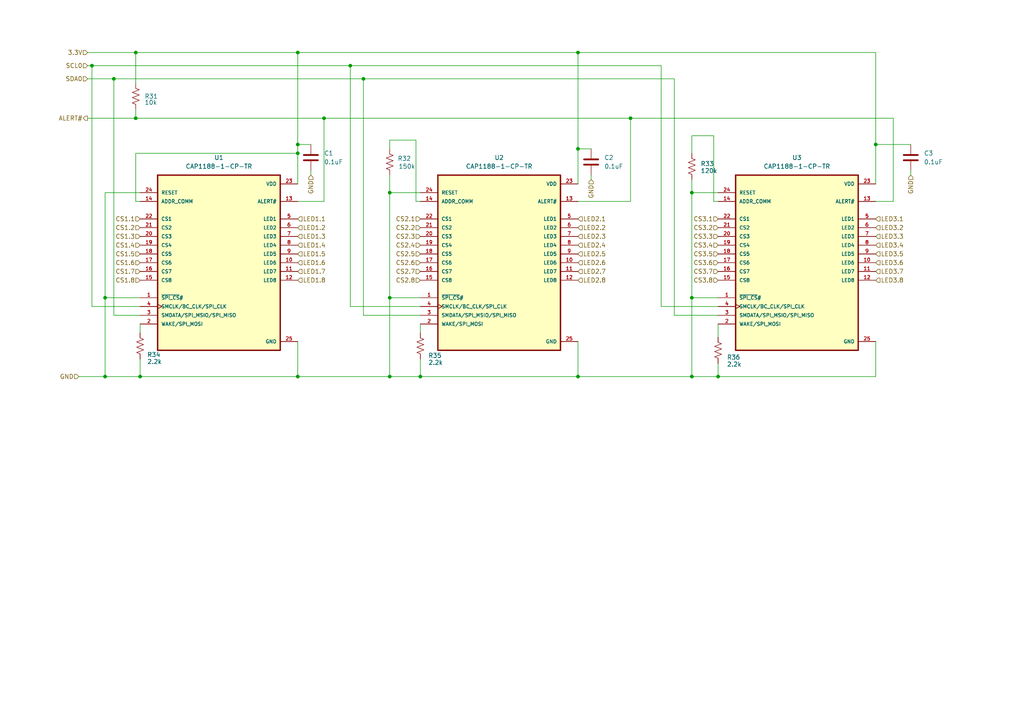
<source format=kicad_sch>
(kicad_sch
	(version 20250114)
	(generator "eeschema")
	(generator_version "9.0")
	(uuid "c2e1bac7-4e06-4472-a1ae-b6ec0c989ebc")
	(paper "A4")
	(lib_symbols
		(symbol "CAP1188-1-CP-TR:CAP1188-1-CP-TR"
			(pin_names
				(offset 1.016)
			)
			(exclude_from_sim no)
			(in_bom yes)
			(on_board yes)
			(property "Reference" "U"
				(at -17.8046 26.422 0)
				(effects
					(font
						(size 1.27 1.27)
					)
					(justify left bottom)
				)
			)
			(property "Value" "CAP1188-1-CP-TR"
				(at -17.866 -29.4938 0)
				(effects
					(font
						(size 1.27 1.27)
					)
					(justify left bottom)
				)
			)
			(property "Footprint" "CAP1188-1-CP-TR:QFN50P400X400X90-25N"
				(at 0 0 0)
				(effects
					(font
						(size 1.27 1.27)
					)
					(justify bottom)
					(hide yes)
				)
			)
			(property "Datasheet" ""
				(at 0 0 0)
				(effects
					(font
						(size 1.27 1.27)
					)
					(hide yes)
				)
			)
			(property "Description" ""
				(at 0 0 0)
				(effects
					(font
						(size 1.27 1.27)
					)
					(hide yes)
				)
			)
			(property "PACKAGE" "QFN-24 Microchip"
				(at 0 0 0)
				(effects
					(font
						(size 1.27 1.27)
					)
					(justify bottom)
					(hide yes)
				)
			)
			(property "STANDARD" "IPC-7351B"
				(at 0 0 0)
				(effects
					(font
						(size 1.27 1.27)
					)
					(justify bottom)
					(hide yes)
				)
			)
			(property "PARTREV" "02-09-15"
				(at 0 0 0)
				(effects
					(font
						(size 1.27 1.27)
					)
					(justify bottom)
					(hide yes)
				)
			)
			(property "MP" "CAP1188-1-CP-TR"
				(at 0 0 0)
				(effects
					(font
						(size 1.27 1.27)
					)
					(justify bottom)
					(hide yes)
				)
			)
			(property "PACKAGEID" "6898"
				(at 0 0 0)
				(effects
					(font
						(size 1.27 1.27)
					)
					(justify bottom)
					(hide yes)
				)
			)
			(property "MANUFACTURER" "Microchip"
				(at 0 0 0)
				(effects
					(font
						(size 1.27 1.27)
					)
					(justify bottom)
					(hide yes)
				)
			)
			(symbol "CAP1188-1-CP-TR_0_0"
				(rectangle
					(start -17.78 -25.4)
					(end 17.78 25.4)
					(stroke
						(width 0.41)
						(type default)
					)
					(fill
						(type background)
					)
				)
				(pin input line
					(at -22.86 20.32 0)
					(length 5.08)
					(name "RESET"
						(effects
							(font
								(size 1.016 1.016)
							)
						)
					)
					(number "24"
						(effects
							(font
								(size 1.016 1.016)
							)
						)
					)
				)
				(pin input line
					(at -22.86 17.78 0)
					(length 5.08)
					(name "ADDR_COMM"
						(effects
							(font
								(size 1.016 1.016)
							)
						)
					)
					(number "14"
						(effects
							(font
								(size 1.016 1.016)
							)
						)
					)
				)
				(pin bidirectional line
					(at -22.86 12.7 0)
					(length 5.08)
					(name "CS1"
						(effects
							(font
								(size 1.016 1.016)
							)
						)
					)
					(number "22"
						(effects
							(font
								(size 1.016 1.016)
							)
						)
					)
				)
				(pin bidirectional line
					(at -22.86 10.16 0)
					(length 5.08)
					(name "CS2"
						(effects
							(font
								(size 1.016 1.016)
							)
						)
					)
					(number "21"
						(effects
							(font
								(size 1.016 1.016)
							)
						)
					)
				)
				(pin bidirectional line
					(at -22.86 7.62 0)
					(length 5.08)
					(name "CS3"
						(effects
							(font
								(size 1.016 1.016)
							)
						)
					)
					(number "20"
						(effects
							(font
								(size 1.016 1.016)
							)
						)
					)
				)
				(pin bidirectional line
					(at -22.86 5.08 0)
					(length 5.08)
					(name "CS4"
						(effects
							(font
								(size 1.016 1.016)
							)
						)
					)
					(number "19"
						(effects
							(font
								(size 1.016 1.016)
							)
						)
					)
				)
				(pin bidirectional line
					(at -22.86 2.54 0)
					(length 5.08)
					(name "CS5"
						(effects
							(font
								(size 1.016 1.016)
							)
						)
					)
					(number "18"
						(effects
							(font
								(size 1.016 1.016)
							)
						)
					)
				)
				(pin bidirectional line
					(at -22.86 0 0)
					(length 5.08)
					(name "CS6"
						(effects
							(font
								(size 1.016 1.016)
							)
						)
					)
					(number "17"
						(effects
							(font
								(size 1.016 1.016)
							)
						)
					)
				)
				(pin bidirectional line
					(at -22.86 -2.54 0)
					(length 5.08)
					(name "CS7"
						(effects
							(font
								(size 1.016 1.016)
							)
						)
					)
					(number "16"
						(effects
							(font
								(size 1.016 1.016)
							)
						)
					)
				)
				(pin bidirectional line
					(at -22.86 -5.08 0)
					(length 5.08)
					(name "CS8"
						(effects
							(font
								(size 1.016 1.016)
							)
						)
					)
					(number "15"
						(effects
							(font
								(size 1.016 1.016)
							)
						)
					)
				)
				(pin input line
					(at -22.86 -10.16 0)
					(length 5.08)
					(name "~{SPI_CS}#"
						(effects
							(font
								(size 1.016 1.016)
							)
						)
					)
					(number "1"
						(effects
							(font
								(size 1.016 1.016)
							)
						)
					)
				)
				(pin input clock
					(at -22.86 -12.7 0)
					(length 5.08)
					(name "SMCLK/BC_CLK/SPI_CLK"
						(effects
							(font
								(size 1.016 1.016)
							)
						)
					)
					(number "4"
						(effects
							(font
								(size 1.016 1.016)
							)
						)
					)
				)
				(pin bidirectional line
					(at -22.86 -15.24 0)
					(length 5.08)
					(name "SMDATA/SPI_MSIO/SPI_MISO"
						(effects
							(font
								(size 1.016 1.016)
							)
						)
					)
					(number "3"
						(effects
							(font
								(size 1.016 1.016)
							)
						)
					)
				)
				(pin bidirectional line
					(at -22.86 -17.78 0)
					(length 5.08)
					(name "WAKE/SPI_MOSI"
						(effects
							(font
								(size 1.016 1.016)
							)
						)
					)
					(number "2"
						(effects
							(font
								(size 1.016 1.016)
							)
						)
					)
				)
				(pin power_in line
					(at 22.86 22.86 180)
					(length 5.08)
					(name "VDD"
						(effects
							(font
								(size 1.016 1.016)
							)
						)
					)
					(number "23"
						(effects
							(font
								(size 1.016 1.016)
							)
						)
					)
				)
				(pin output line
					(at 22.86 17.78 180)
					(length 5.08)
					(name "ALERT#"
						(effects
							(font
								(size 1.016 1.016)
							)
						)
					)
					(number "13"
						(effects
							(font
								(size 1.016 1.016)
							)
						)
					)
				)
				(pin output line
					(at 22.86 12.7 180)
					(length 5.08)
					(name "LED1"
						(effects
							(font
								(size 1.016 1.016)
							)
						)
					)
					(number "5"
						(effects
							(font
								(size 1.016 1.016)
							)
						)
					)
				)
				(pin output line
					(at 22.86 10.16 180)
					(length 5.08)
					(name "LED2"
						(effects
							(font
								(size 1.016 1.016)
							)
						)
					)
					(number "6"
						(effects
							(font
								(size 1.016 1.016)
							)
						)
					)
				)
				(pin output line
					(at 22.86 7.62 180)
					(length 5.08)
					(name "LED3"
						(effects
							(font
								(size 1.016 1.016)
							)
						)
					)
					(number "7"
						(effects
							(font
								(size 1.016 1.016)
							)
						)
					)
				)
				(pin output line
					(at 22.86 5.08 180)
					(length 5.08)
					(name "LED4"
						(effects
							(font
								(size 1.016 1.016)
							)
						)
					)
					(number "8"
						(effects
							(font
								(size 1.016 1.016)
							)
						)
					)
				)
				(pin output line
					(at 22.86 2.54 180)
					(length 5.08)
					(name "LED5"
						(effects
							(font
								(size 1.016 1.016)
							)
						)
					)
					(number "9"
						(effects
							(font
								(size 1.016 1.016)
							)
						)
					)
				)
				(pin output line
					(at 22.86 0 180)
					(length 5.08)
					(name "LED6"
						(effects
							(font
								(size 1.016 1.016)
							)
						)
					)
					(number "10"
						(effects
							(font
								(size 1.016 1.016)
							)
						)
					)
				)
				(pin output line
					(at 22.86 -2.54 180)
					(length 5.08)
					(name "LED7"
						(effects
							(font
								(size 1.016 1.016)
							)
						)
					)
					(number "11"
						(effects
							(font
								(size 1.016 1.016)
							)
						)
					)
				)
				(pin output line
					(at 22.86 -5.08 180)
					(length 5.08)
					(name "LED8"
						(effects
							(font
								(size 1.016 1.016)
							)
						)
					)
					(number "12"
						(effects
							(font
								(size 1.016 1.016)
							)
						)
					)
				)
				(pin power_in line
					(at 22.86 -22.86 180)
					(length 5.08)
					(name "GND"
						(effects
							(font
								(size 1.016 1.016)
							)
						)
					)
					(number "25"
						(effects
							(font
								(size 1.016 1.016)
							)
						)
					)
				)
			)
			(embedded_fonts no)
		)
		(symbol "Device:C"
			(pin_numbers
				(hide yes)
			)
			(pin_names
				(offset 0.254)
			)
			(exclude_from_sim no)
			(in_bom yes)
			(on_board yes)
			(property "Reference" "C"
				(at 0.635 2.54 0)
				(effects
					(font
						(size 1.27 1.27)
					)
					(justify left)
				)
			)
			(property "Value" "C"
				(at 0.635 -2.54 0)
				(effects
					(font
						(size 1.27 1.27)
					)
					(justify left)
				)
			)
			(property "Footprint" ""
				(at 0.9652 -3.81 0)
				(effects
					(font
						(size 1.27 1.27)
					)
					(hide yes)
				)
			)
			(property "Datasheet" "~"
				(at 0 0 0)
				(effects
					(font
						(size 1.27 1.27)
					)
					(hide yes)
				)
			)
			(property "Description" "Unpolarized capacitor"
				(at 0 0 0)
				(effects
					(font
						(size 1.27 1.27)
					)
					(hide yes)
				)
			)
			(property "ki_keywords" "cap capacitor"
				(at 0 0 0)
				(effects
					(font
						(size 1.27 1.27)
					)
					(hide yes)
				)
			)
			(property "ki_fp_filters" "C_*"
				(at 0 0 0)
				(effects
					(font
						(size 1.27 1.27)
					)
					(hide yes)
				)
			)
			(symbol "C_0_1"
				(polyline
					(pts
						(xy -2.032 0.762) (xy 2.032 0.762)
					)
					(stroke
						(width 0.508)
						(type default)
					)
					(fill
						(type none)
					)
				)
				(polyline
					(pts
						(xy -2.032 -0.762) (xy 2.032 -0.762)
					)
					(stroke
						(width 0.508)
						(type default)
					)
					(fill
						(type none)
					)
				)
			)
			(symbol "C_1_1"
				(pin passive line
					(at 0 3.81 270)
					(length 2.794)
					(name "~"
						(effects
							(font
								(size 1.27 1.27)
							)
						)
					)
					(number "1"
						(effects
							(font
								(size 1.27 1.27)
							)
						)
					)
				)
				(pin passive line
					(at 0 -3.81 90)
					(length 2.794)
					(name "~"
						(effects
							(font
								(size 1.27 1.27)
							)
						)
					)
					(number "2"
						(effects
							(font
								(size 1.27 1.27)
							)
						)
					)
				)
			)
			(embedded_fonts no)
		)
		(symbol "Device:R_US"
			(pin_numbers
				(hide yes)
			)
			(pin_names
				(offset 0)
			)
			(exclude_from_sim no)
			(in_bom yes)
			(on_board yes)
			(property "Reference" "R"
				(at 2.54 0 90)
				(effects
					(font
						(size 1.27 1.27)
					)
				)
			)
			(property "Value" "R_US"
				(at -2.54 0 90)
				(effects
					(font
						(size 1.27 1.27)
					)
				)
			)
			(property "Footprint" ""
				(at 1.016 -0.254 90)
				(effects
					(font
						(size 1.27 1.27)
					)
					(hide yes)
				)
			)
			(property "Datasheet" "~"
				(at 0 0 0)
				(effects
					(font
						(size 1.27 1.27)
					)
					(hide yes)
				)
			)
			(property "Description" "Resistor, US symbol"
				(at 0 0 0)
				(effects
					(font
						(size 1.27 1.27)
					)
					(hide yes)
				)
			)
			(property "ki_keywords" "R res resistor"
				(at 0 0 0)
				(effects
					(font
						(size 1.27 1.27)
					)
					(hide yes)
				)
			)
			(property "ki_fp_filters" "R_*"
				(at 0 0 0)
				(effects
					(font
						(size 1.27 1.27)
					)
					(hide yes)
				)
			)
			(symbol "R_US_0_1"
				(polyline
					(pts
						(xy 0 2.286) (xy 0 2.54)
					)
					(stroke
						(width 0)
						(type default)
					)
					(fill
						(type none)
					)
				)
				(polyline
					(pts
						(xy 0 2.286) (xy 1.016 1.905) (xy 0 1.524) (xy -1.016 1.143) (xy 0 0.762)
					)
					(stroke
						(width 0)
						(type default)
					)
					(fill
						(type none)
					)
				)
				(polyline
					(pts
						(xy 0 0.762) (xy 1.016 0.381) (xy 0 0) (xy -1.016 -0.381) (xy 0 -0.762)
					)
					(stroke
						(width 0)
						(type default)
					)
					(fill
						(type none)
					)
				)
				(polyline
					(pts
						(xy 0 -0.762) (xy 1.016 -1.143) (xy 0 -1.524) (xy -1.016 -1.905) (xy 0 -2.286)
					)
					(stroke
						(width 0)
						(type default)
					)
					(fill
						(type none)
					)
				)
				(polyline
					(pts
						(xy 0 -2.286) (xy 0 -2.54)
					)
					(stroke
						(width 0)
						(type default)
					)
					(fill
						(type none)
					)
				)
			)
			(symbol "R_US_1_1"
				(pin passive line
					(at 0 3.81 270)
					(length 1.27)
					(name "~"
						(effects
							(font
								(size 1.27 1.27)
							)
						)
					)
					(number "1"
						(effects
							(font
								(size 1.27 1.27)
							)
						)
					)
				)
				(pin passive line
					(at 0 -3.81 90)
					(length 1.27)
					(name "~"
						(effects
							(font
								(size 1.27 1.27)
							)
						)
					)
					(number "2"
						(effects
							(font
								(size 1.27 1.27)
							)
						)
					)
				)
			)
			(embedded_fonts no)
		)
	)
	(junction
		(at 101.6 19.05)
		(diameter 0)
		(color 0 0 0 0)
		(uuid "042c55df-5d7a-473a-90ce-1963171e2c85")
	)
	(junction
		(at 167.64 15.24)
		(diameter 0)
		(color 0 0 0 0)
		(uuid "1b7e586d-ae5b-40ee-89cf-74aae91ad1d1")
	)
	(junction
		(at 113.03 86.36)
		(diameter 0)
		(color 0 0 0 0)
		(uuid "3bcbb331-6be0-4fdd-b8fb-593f666720d6")
	)
	(junction
		(at 86.36 15.24)
		(diameter 0)
		(color 0 0 0 0)
		(uuid "3f377234-0e69-44e0-8c79-cfe331e92b5c")
	)
	(junction
		(at 86.36 109.22)
		(diameter 0)
		(color 0 0 0 0)
		(uuid "411959bd-d298-4a02-b17d-1efecab0a69e")
	)
	(junction
		(at 167.64 109.22)
		(diameter 0)
		(color 0 0 0 0)
		(uuid "4234dcf1-d9a6-4345-980d-2df754cff4a1")
	)
	(junction
		(at 200.66 55.88)
		(diameter 0)
		(color 0 0 0 0)
		(uuid "47d82775-c1ef-432b-be6a-8d0087150a79")
	)
	(junction
		(at 86.36 41.91)
		(diameter 0)
		(color 0 0 0 0)
		(uuid "4fa44b08-092b-4cfe-9127-17ceddbc2d11")
	)
	(junction
		(at 26.67 19.05)
		(diameter 0)
		(color 0 0 0 0)
		(uuid "642b6e0a-ad80-4291-b0a4-f994164aeda4")
	)
	(junction
		(at 93.98 34.29)
		(diameter 0)
		(color 0 0 0 0)
		(uuid "6986f867-cdea-453b-ad3d-4fe1906167b0")
	)
	(junction
		(at 113.03 55.88)
		(diameter 0)
		(color 0 0 0 0)
		(uuid "7499c681-e12e-45ce-8617-8689b7bc7e56")
	)
	(junction
		(at 254 41.91)
		(diameter 0)
		(color 0 0 0 0)
		(uuid "8cb4ec1b-f495-4e82-9f66-f32a3abf0c5e")
	)
	(junction
		(at 40.64 109.22)
		(diameter 0)
		(color 0 0 0 0)
		(uuid "9055ca89-35f2-4613-93fc-7aa9ffe3b53e")
	)
	(junction
		(at 200.66 109.22)
		(diameter 0)
		(color 0 0 0 0)
		(uuid "982f1ec2-0a4c-44c3-b12e-5d890015ac29")
	)
	(junction
		(at 30.48 86.36)
		(diameter 0)
		(color 0 0 0 0)
		(uuid "ade965f5-5acc-4804-a00a-6594dba95f65")
	)
	(junction
		(at 208.28 109.22)
		(diameter 0)
		(color 0 0 0 0)
		(uuid "b677de10-a09c-4542-b585-5d0d9999c247")
	)
	(junction
		(at 86.36 44.45)
		(diameter 0)
		(color 0 0 0 0)
		(uuid "bf57d8e3-07fd-450f-8943-06b2f2860d42")
	)
	(junction
		(at 167.64 43.18)
		(diameter 0)
		(color 0 0 0 0)
		(uuid "d04ec113-8a0d-4e92-ba25-b0a489bfbb5c")
	)
	(junction
		(at 113.03 109.22)
		(diameter 0)
		(color 0 0 0 0)
		(uuid "d238d469-026d-4219-bd0f-ec8068330757")
	)
	(junction
		(at 39.37 34.29)
		(diameter 0)
		(color 0 0 0 0)
		(uuid "d5a5abf1-4902-4a40-a130-c903c55606e8")
	)
	(junction
		(at 30.48 109.22)
		(diameter 0)
		(color 0 0 0 0)
		(uuid "ddb58635-e4bb-4259-911f-8b0b718b1e46")
	)
	(junction
		(at 182.88 34.29)
		(diameter 0)
		(color 0 0 0 0)
		(uuid "df277878-d722-4f78-8e3d-d8467957a1f2")
	)
	(junction
		(at 200.66 86.36)
		(diameter 0)
		(color 0 0 0 0)
		(uuid "e1c48b56-b9fa-4d08-a392-a7f2e8c87ca1")
	)
	(junction
		(at 105.41 22.86)
		(diameter 0)
		(color 0 0 0 0)
		(uuid "e469d638-3fba-4bd1-8ab2-4328211857b0")
	)
	(junction
		(at 33.02 22.86)
		(diameter 0)
		(color 0 0 0 0)
		(uuid "ec6a87e5-8b3a-4b5c-ade8-e55d3709b253")
	)
	(junction
		(at 121.92 109.22)
		(diameter 0)
		(color 0 0 0 0)
		(uuid "fcc7d69c-024f-47d6-9e3f-59dd61b752a7")
	)
	(junction
		(at 39.37 15.24)
		(diameter 0)
		(color 0 0 0 0)
		(uuid "fdcbb29a-a03d-4af0-9f59-6e2b3fe463e5")
	)
	(wire
		(pts
			(xy 86.36 15.24) (xy 167.64 15.24)
		)
		(stroke
			(width 0)
			(type default)
		)
		(uuid "011f9ded-50de-40c4-b468-dce99bf5300a")
	)
	(wire
		(pts
			(xy 200.66 52.07) (xy 200.66 55.88)
		)
		(stroke
			(width 0)
			(type default)
		)
		(uuid "0180744c-85e5-47ca-bb5a-6c637d04d4bf")
	)
	(wire
		(pts
			(xy 200.66 55.88) (xy 208.28 55.88)
		)
		(stroke
			(width 0)
			(type default)
		)
		(uuid "064009ad-280b-4a4a-bdd5-c2f156759ccd")
	)
	(wire
		(pts
			(xy 86.36 58.42) (xy 93.98 58.42)
		)
		(stroke
			(width 0)
			(type default)
		)
		(uuid "08a791c9-0f95-4407-a397-5fade0c35b28")
	)
	(wire
		(pts
			(xy 101.6 88.9) (xy 121.92 88.9)
		)
		(stroke
			(width 0)
			(type default)
		)
		(uuid "0a7bfca8-9157-4af3-aa23-045a0cba74d6")
	)
	(wire
		(pts
			(xy 86.36 41.91) (xy 86.36 44.45)
		)
		(stroke
			(width 0)
			(type default)
		)
		(uuid "0ad10286-5803-4dd7-aff5-c9cc94582b10")
	)
	(wire
		(pts
			(xy 167.64 43.18) (xy 171.45 43.18)
		)
		(stroke
			(width 0)
			(type default)
		)
		(uuid "0b6d108e-2219-47d0-abee-1b0d16056c57")
	)
	(wire
		(pts
			(xy 33.02 91.44) (xy 40.64 91.44)
		)
		(stroke
			(width 0)
			(type default)
		)
		(uuid "18f2f7ca-54a9-4c99-b884-286ada348ec8")
	)
	(wire
		(pts
			(xy 40.64 55.88) (xy 30.48 55.88)
		)
		(stroke
			(width 0)
			(type default)
		)
		(uuid "1c0a5ef6-10a0-4aed-bcb7-b457c8ca1471")
	)
	(wire
		(pts
			(xy 171.45 50.8) (xy 171.45 52.07)
		)
		(stroke
			(width 0)
			(type default)
		)
		(uuid "1c8cc18b-1847-43bd-a92e-18d317914f64")
	)
	(wire
		(pts
			(xy 208.28 105.41) (xy 208.28 109.22)
		)
		(stroke
			(width 0)
			(type default)
		)
		(uuid "24237df5-76fc-4167-b589-dc971e0ade50")
	)
	(wire
		(pts
			(xy 25.4 22.86) (xy 33.02 22.86)
		)
		(stroke
			(width 0)
			(type default)
		)
		(uuid "25f2681e-0894-4d42-a33e-05896489a107")
	)
	(wire
		(pts
			(xy 25.4 34.29) (xy 39.37 34.29)
		)
		(stroke
			(width 0)
			(type default)
		)
		(uuid "2cbecd80-5690-436b-b755-bbaa170707cb")
	)
	(wire
		(pts
			(xy 30.48 55.88) (xy 30.48 86.36)
		)
		(stroke
			(width 0)
			(type default)
		)
		(uuid "325ecd81-fbdd-4817-b6d5-990a89eb5786")
	)
	(wire
		(pts
			(xy 208.28 93.98) (xy 208.28 97.79)
		)
		(stroke
			(width 0)
			(type default)
		)
		(uuid "33723b67-1f46-4375-bdfa-cb3e68081abd")
	)
	(wire
		(pts
			(xy 93.98 34.29) (xy 182.88 34.29)
		)
		(stroke
			(width 0)
			(type default)
		)
		(uuid "34bb3f76-27a6-4864-a826-d4cb6036b205")
	)
	(wire
		(pts
			(xy 167.64 53.34) (xy 167.64 43.18)
		)
		(stroke
			(width 0)
			(type default)
		)
		(uuid "3504bde6-9964-4e38-aa04-8d6243ffe028")
	)
	(wire
		(pts
			(xy 86.36 44.45) (xy 86.36 53.34)
		)
		(stroke
			(width 0)
			(type default)
		)
		(uuid "3588b55c-828b-4367-b767-3286e3312507")
	)
	(wire
		(pts
			(xy 167.64 99.06) (xy 167.64 109.22)
		)
		(stroke
			(width 0)
			(type default)
		)
		(uuid "3c34bfa1-4073-4075-9d30-5e9ebc8447f9")
	)
	(wire
		(pts
			(xy 113.03 40.64) (xy 113.03 43.18)
		)
		(stroke
			(width 0)
			(type default)
		)
		(uuid "464c81fb-50fe-40f7-8e17-5619ec79677b")
	)
	(wire
		(pts
			(xy 105.41 22.86) (xy 105.41 91.44)
		)
		(stroke
			(width 0)
			(type default)
		)
		(uuid "48781517-b744-461d-a805-f927cc79d089")
	)
	(wire
		(pts
			(xy 254 53.34) (xy 254 41.91)
		)
		(stroke
			(width 0)
			(type default)
		)
		(uuid "498ce930-6bd6-405b-8f6f-4b8335f0d51d")
	)
	(wire
		(pts
			(xy 39.37 58.42) (xy 40.64 58.42)
		)
		(stroke
			(width 0)
			(type default)
		)
		(uuid "4a12e95d-d66c-4854-aa36-f9338f6f78dc")
	)
	(wire
		(pts
			(xy 207.01 58.42) (xy 208.28 58.42)
		)
		(stroke
			(width 0)
			(type default)
		)
		(uuid "4d96232e-4abc-448a-a47d-95243132060d")
	)
	(wire
		(pts
			(xy 30.48 86.36) (xy 40.64 86.36)
		)
		(stroke
			(width 0)
			(type default)
		)
		(uuid "4f4b1887-45ef-41cc-bca8-d78905cd1f9a")
	)
	(wire
		(pts
			(xy 25.4 19.05) (xy 26.67 19.05)
		)
		(stroke
			(width 0)
			(type default)
		)
		(uuid "4f7daacf-ced8-4b78-a297-d8e2a5930dad")
	)
	(wire
		(pts
			(xy 22.86 109.22) (xy 30.48 109.22)
		)
		(stroke
			(width 0)
			(type default)
		)
		(uuid "554ac116-d979-42f5-a30b-77f93fdeba15")
	)
	(wire
		(pts
			(xy 33.02 22.86) (xy 33.02 91.44)
		)
		(stroke
			(width 0)
			(type default)
		)
		(uuid "5754ecb4-cdd6-4104-91e9-98aa7e536689")
	)
	(wire
		(pts
			(xy 254 41.91) (xy 254 15.24)
		)
		(stroke
			(width 0)
			(type default)
		)
		(uuid "596e2b3c-0721-4c8a-9cd5-00a4a4e5541e")
	)
	(wire
		(pts
			(xy 86.36 109.22) (xy 113.03 109.22)
		)
		(stroke
			(width 0)
			(type default)
		)
		(uuid "59e98d2b-c916-4f15-883e-6c7c2339f561")
	)
	(wire
		(pts
			(xy 191.77 88.9) (xy 208.28 88.9)
		)
		(stroke
			(width 0)
			(type default)
		)
		(uuid "5cab0d69-8013-47e6-aa70-f479d92ccf13")
	)
	(wire
		(pts
			(xy 259.08 34.29) (xy 259.08 58.42)
		)
		(stroke
			(width 0)
			(type default)
		)
		(uuid "5eb561b1-b328-4eea-b0c6-e738b3c0e16b")
	)
	(wire
		(pts
			(xy 208.28 109.22) (xy 254 109.22)
		)
		(stroke
			(width 0)
			(type default)
		)
		(uuid "61df7888-ed2f-4780-b135-3bce3aa6c820")
	)
	(wire
		(pts
			(xy 40.64 93.98) (xy 40.64 96.52)
		)
		(stroke
			(width 0)
			(type default)
		)
		(uuid "64ccd948-b85b-4881-8dd7-d0960152a711")
	)
	(wire
		(pts
			(xy 26.67 88.9) (xy 40.64 88.9)
		)
		(stroke
			(width 0)
			(type default)
		)
		(uuid "6724ffc7-296c-4ca4-994f-f723d541b09d")
	)
	(wire
		(pts
			(xy 39.37 15.24) (xy 86.36 15.24)
		)
		(stroke
			(width 0)
			(type default)
		)
		(uuid "69a41585-c851-4e13-8a37-825eac56ad73")
	)
	(wire
		(pts
			(xy 30.48 109.22) (xy 40.64 109.22)
		)
		(stroke
			(width 0)
			(type default)
		)
		(uuid "6c6f1006-a93f-47b7-9b25-f5325117e2c2")
	)
	(wire
		(pts
			(xy 39.37 34.29) (xy 93.98 34.29)
		)
		(stroke
			(width 0)
			(type default)
		)
		(uuid "6edea051-584f-4af4-b4a6-2a95a33758a6")
	)
	(wire
		(pts
			(xy 113.03 86.36) (xy 113.03 109.22)
		)
		(stroke
			(width 0)
			(type default)
		)
		(uuid "738bc61d-d242-424b-9c85-c28115f10837")
	)
	(wire
		(pts
			(xy 39.37 44.45) (xy 39.37 58.42)
		)
		(stroke
			(width 0)
			(type default)
		)
		(uuid "75e2eb74-aade-420d-99e2-b72efb40e7ba")
	)
	(wire
		(pts
			(xy 200.66 55.88) (xy 200.66 86.36)
		)
		(stroke
			(width 0)
			(type default)
		)
		(uuid "7691bdf5-e048-4ccb-b0f4-c057b436ea99")
	)
	(wire
		(pts
			(xy 26.67 19.05) (xy 26.67 88.9)
		)
		(stroke
			(width 0)
			(type default)
		)
		(uuid "774f3a09-c6cd-4692-89ed-6ee2ebf57bbc")
	)
	(wire
		(pts
			(xy 182.88 58.42) (xy 182.88 34.29)
		)
		(stroke
			(width 0)
			(type default)
		)
		(uuid "78b4810b-b63d-4dc3-8451-96d2468b5fa5")
	)
	(wire
		(pts
			(xy 30.48 86.36) (xy 30.48 109.22)
		)
		(stroke
			(width 0)
			(type default)
		)
		(uuid "79d301a7-2db6-4807-b830-a0b8560180ce")
	)
	(wire
		(pts
			(xy 120.65 58.42) (xy 121.92 58.42)
		)
		(stroke
			(width 0)
			(type default)
		)
		(uuid "846c2a7d-26f5-463e-8f20-e331472177bc")
	)
	(wire
		(pts
			(xy 121.92 93.98) (xy 121.92 96.52)
		)
		(stroke
			(width 0)
			(type default)
		)
		(uuid "86f066c1-8703-4d18-8613-11e6fc23e8c2")
	)
	(wire
		(pts
			(xy 200.66 39.37) (xy 200.66 44.45)
		)
		(stroke
			(width 0)
			(type default)
		)
		(uuid "87ec8b14-10c0-48de-bbb7-c0a859f59570")
	)
	(wire
		(pts
			(xy 121.92 109.22) (xy 167.64 109.22)
		)
		(stroke
			(width 0)
			(type default)
		)
		(uuid "8c9a624f-d6b0-468b-afc5-91826555de25")
	)
	(wire
		(pts
			(xy 39.37 31.75) (xy 39.37 34.29)
		)
		(stroke
			(width 0)
			(type default)
		)
		(uuid "933982b2-bb0e-474e-b45e-8a5c2fae97a5")
	)
	(wire
		(pts
			(xy 39.37 44.45) (xy 86.36 44.45)
		)
		(stroke
			(width 0)
			(type default)
		)
		(uuid "95b08104-82dc-45aa-8e90-67fc6045338d")
	)
	(wire
		(pts
			(xy 40.64 109.22) (xy 86.36 109.22)
		)
		(stroke
			(width 0)
			(type default)
		)
		(uuid "98b72968-4808-40c2-88ec-cb85d3aab055")
	)
	(wire
		(pts
			(xy 264.16 49.53) (xy 264.16 50.8)
		)
		(stroke
			(width 0)
			(type default)
		)
		(uuid "9bc4fb1e-5da5-4a8f-a43f-94a3c04a8bcf")
	)
	(wire
		(pts
			(xy 93.98 58.42) (xy 93.98 34.29)
		)
		(stroke
			(width 0)
			(type default)
		)
		(uuid "9cd7f2dd-51de-4db8-8d8f-00dd1364f552")
	)
	(wire
		(pts
			(xy 254 58.42) (xy 259.08 58.42)
		)
		(stroke
			(width 0)
			(type default)
		)
		(uuid "a517dff4-bc11-44e8-9b14-442527ee0d2d")
	)
	(wire
		(pts
			(xy 182.88 34.29) (xy 259.08 34.29)
		)
		(stroke
			(width 0)
			(type default)
		)
		(uuid "a9482a1c-12d2-4750-9ec3-708ada880b82")
	)
	(wire
		(pts
			(xy 113.03 55.88) (xy 113.03 86.36)
		)
		(stroke
			(width 0)
			(type default)
		)
		(uuid "aa13c7d7-5e13-4d26-8325-fb3564107b9f")
	)
	(wire
		(pts
			(xy 86.36 99.06) (xy 86.36 109.22)
		)
		(stroke
			(width 0)
			(type default)
		)
		(uuid "abd990f4-5b54-4d92-8cf7-697d0bd2ef3c")
	)
	(wire
		(pts
			(xy 207.01 39.37) (xy 200.66 39.37)
		)
		(stroke
			(width 0)
			(type default)
		)
		(uuid "b00e4885-7ebf-44a9-8abf-f1fe6e88b464")
	)
	(wire
		(pts
			(xy 121.92 104.14) (xy 121.92 109.22)
		)
		(stroke
			(width 0)
			(type default)
		)
		(uuid "ba42fe49-3d59-4726-aa9a-8a357a8d0415")
	)
	(wire
		(pts
			(xy 113.03 50.8) (xy 113.03 55.88)
		)
		(stroke
			(width 0)
			(type default)
		)
		(uuid "bb0ff6b6-21fc-4013-bcd4-27928595c8d0")
	)
	(wire
		(pts
			(xy 86.36 15.24) (xy 86.36 41.91)
		)
		(stroke
			(width 0)
			(type default)
		)
		(uuid "bd3e1c6c-61bb-4792-9a4a-55b614f8180a")
	)
	(wire
		(pts
			(xy 86.36 41.91) (xy 90.17 41.91)
		)
		(stroke
			(width 0)
			(type default)
		)
		(uuid "bf2d9d5a-f28b-466e-942b-de2915b6bf25")
	)
	(wire
		(pts
			(xy 33.02 22.86) (xy 105.41 22.86)
		)
		(stroke
			(width 0)
			(type default)
		)
		(uuid "c09a3fe0-7597-4dac-8263-47a953040a22")
	)
	(wire
		(pts
			(xy 120.65 40.64) (xy 120.65 58.42)
		)
		(stroke
			(width 0)
			(type default)
		)
		(uuid "c23a4648-5698-4ba2-a855-69c0d6b66464")
	)
	(wire
		(pts
			(xy 26.67 19.05) (xy 101.6 19.05)
		)
		(stroke
			(width 0)
			(type default)
		)
		(uuid "cd568914-25e1-475d-ada4-c6beaaa77f0d")
	)
	(wire
		(pts
			(xy 254 99.06) (xy 254 109.22)
		)
		(stroke
			(width 0)
			(type default)
		)
		(uuid "cee61495-c802-4154-8b02-01e313d538dd")
	)
	(wire
		(pts
			(xy 200.66 109.22) (xy 167.64 109.22)
		)
		(stroke
			(width 0)
			(type default)
		)
		(uuid "d2fde921-67e3-4b5e-945d-d71b3849d6a8")
	)
	(wire
		(pts
			(xy 254 41.91) (xy 264.16 41.91)
		)
		(stroke
			(width 0)
			(type default)
		)
		(uuid "d5a795b6-49cd-493f-9146-ae5ac540dba6")
	)
	(wire
		(pts
			(xy 254 15.24) (xy 167.64 15.24)
		)
		(stroke
			(width 0)
			(type default)
		)
		(uuid "d5d119fe-a8cc-486f-9af3-9d7437706fb2")
	)
	(wire
		(pts
			(xy 207.01 39.37) (xy 207.01 58.42)
		)
		(stroke
			(width 0)
			(type default)
		)
		(uuid "d5e5702b-0af8-4b2e-9782-462627cb20cd")
	)
	(wire
		(pts
			(xy 200.66 86.36) (xy 208.28 86.36)
		)
		(stroke
			(width 0)
			(type default)
		)
		(uuid "d769eb22-dfbd-415e-84c5-c5bcdb5c8f14")
	)
	(wire
		(pts
			(xy 113.03 86.36) (xy 121.92 86.36)
		)
		(stroke
			(width 0)
			(type default)
		)
		(uuid "d7a729c0-b0cf-466d-8749-1c2244d08e1a")
	)
	(wire
		(pts
			(xy 105.41 91.44) (xy 121.92 91.44)
		)
		(stroke
			(width 0)
			(type default)
		)
		(uuid "d9435efa-c35b-4661-802b-aae4e7d01caa")
	)
	(wire
		(pts
			(xy 195.58 91.44) (xy 208.28 91.44)
		)
		(stroke
			(width 0)
			(type default)
		)
		(uuid "d98f4551-2ff9-4f55-8683-169201ea1752")
	)
	(wire
		(pts
			(xy 120.65 40.64) (xy 113.03 40.64)
		)
		(stroke
			(width 0)
			(type default)
		)
		(uuid "df2ee801-db02-4a63-9b63-1ee69b208006")
	)
	(wire
		(pts
			(xy 101.6 19.05) (xy 191.77 19.05)
		)
		(stroke
			(width 0)
			(type default)
		)
		(uuid "df40333c-85df-4b59-ab95-e35a8704f74a")
	)
	(wire
		(pts
			(xy 195.58 22.86) (xy 195.58 91.44)
		)
		(stroke
			(width 0)
			(type default)
		)
		(uuid "e2840434-a026-4573-a3b2-041d9a859dbf")
	)
	(wire
		(pts
			(xy 40.64 104.14) (xy 40.64 109.22)
		)
		(stroke
			(width 0)
			(type default)
		)
		(uuid "e37605f4-56df-4e8b-b248-396562090411")
	)
	(wire
		(pts
			(xy 167.64 58.42) (xy 182.88 58.42)
		)
		(stroke
			(width 0)
			(type default)
		)
		(uuid "e3cda8a7-fe49-4cdd-bc7a-941bc2e43921")
	)
	(wire
		(pts
			(xy 200.66 86.36) (xy 200.66 109.22)
		)
		(stroke
			(width 0)
			(type default)
		)
		(uuid "e5ab3421-f048-43b2-b973-9a5b5d73e40b")
	)
	(wire
		(pts
			(xy 105.41 22.86) (xy 195.58 22.86)
		)
		(stroke
			(width 0)
			(type default)
		)
		(uuid "e7d7a4b4-8462-43ce-8ef9-518ca166854b")
	)
	(wire
		(pts
			(xy 200.66 109.22) (xy 208.28 109.22)
		)
		(stroke
			(width 0)
			(type default)
		)
		(uuid "e8e43083-053a-4d18-bd6e-38753b7f4a71")
	)
	(wire
		(pts
			(xy 90.17 49.53) (xy 90.17 50.8)
		)
		(stroke
			(width 0)
			(type default)
		)
		(uuid "eb6a59b1-2c6f-498c-8d7a-e44bfffe3562")
	)
	(wire
		(pts
			(xy 39.37 15.24) (xy 39.37 24.13)
		)
		(stroke
			(width 0)
			(type default)
		)
		(uuid "ed8df297-2719-4a23-b156-f6cfe429720b")
	)
	(wire
		(pts
			(xy 191.77 19.05) (xy 191.77 88.9)
		)
		(stroke
			(width 0)
			(type default)
		)
		(uuid "f5dabe69-031b-4f4a-8de9-63da29e37c92")
	)
	(wire
		(pts
			(xy 113.03 109.22) (xy 121.92 109.22)
		)
		(stroke
			(width 0)
			(type default)
		)
		(uuid "f7e7a566-c71c-43be-a834-85805943c6e5")
	)
	(wire
		(pts
			(xy 167.64 43.18) (xy 167.64 15.24)
		)
		(stroke
			(width 0)
			(type default)
		)
		(uuid "f8c7c4d3-0f7d-41a8-b932-afa04819874b")
	)
	(wire
		(pts
			(xy 101.6 19.05) (xy 101.6 88.9)
		)
		(stroke
			(width 0)
			(type default)
		)
		(uuid "fcc50bf4-1615-4df1-880e-7ee943754a18")
	)
	(wire
		(pts
			(xy 113.03 55.88) (xy 121.92 55.88)
		)
		(stroke
			(width 0)
			(type default)
		)
		(uuid "ff2fccf1-dd3a-4e00-9b8c-9c42e5c6d320")
	)
	(wire
		(pts
			(xy 25.4 15.24) (xy 39.37 15.24)
		)
		(stroke
			(width 0)
			(type default)
		)
		(uuid "ffd5264f-2342-4efc-96aa-3459102fbf27")
	)
	(hierarchical_label "LED2.3"
		(shape input)
		(at 167.64 68.58 0)
		(effects
			(font
				(size 1.27 1.27)
			)
			(justify left)
		)
		(uuid "049a41d6-0e30-4835-b921-d1a7f53ceed4")
	)
	(hierarchical_label "CS1.5"
		(shape input)
		(at 40.64 73.66 180)
		(effects
			(font
				(size 1.27 1.27)
			)
			(justify right)
		)
		(uuid "09db6a84-8e7e-4786-ad52-265832cec5c5")
	)
	(hierarchical_label "LED1.1"
		(shape input)
		(at 86.36 63.5 0)
		(effects
			(font
				(size 1.27 1.27)
			)
			(justify left)
		)
		(uuid "0c86e0ac-4b9c-4425-9457-24ae32d28796")
	)
	(hierarchical_label "LED2.4"
		(shape input)
		(at 167.64 71.12 0)
		(effects
			(font
				(size 1.27 1.27)
			)
			(justify left)
		)
		(uuid "1bbf49cb-cdf3-464d-8836-b05394765fec")
	)
	(hierarchical_label "CS1.4"
		(shape input)
		(at 40.64 71.12 180)
		(effects
			(font
				(size 1.27 1.27)
			)
			(justify right)
		)
		(uuid "1f5eac91-2c2c-4b7f-bdb6-314a9c429055")
	)
	(hierarchical_label "LED3.7"
		(shape input)
		(at 254 78.74 0)
		(effects
			(font
				(size 1.27 1.27)
			)
			(justify left)
		)
		(uuid "2c296d20-9106-4084-b30f-1048906bf64e")
	)
	(hierarchical_label "CS2.8"
		(shape input)
		(at 121.92 81.28 180)
		(effects
			(font
				(size 1.27 1.27)
			)
			(justify right)
		)
		(uuid "2ca4b0a8-2792-4ad2-8f9a-77508d25e9fc")
	)
	(hierarchical_label "GND"
		(shape input)
		(at 171.45 52.07 270)
		(effects
			(font
				(size 1.27 1.27)
			)
			(justify right)
		)
		(uuid "303c11b1-3d26-4e15-97ca-ef387da4c449")
	)
	(hierarchical_label "CS3.3"
		(shape input)
		(at 208.28 68.58 180)
		(effects
			(font
				(size 1.27 1.27)
			)
			(justify right)
		)
		(uuid "40b774f4-f8a0-4894-bdf0-d53b438187d8")
	)
	(hierarchical_label "LED3.4"
		(shape input)
		(at 254 71.12 0)
		(effects
			(font
				(size 1.27 1.27)
			)
			(justify left)
		)
		(uuid "4c2d806b-9b08-4102-86e9-ecc0cb9e1f7d")
	)
	(hierarchical_label "CS3.1"
		(shape input)
		(at 208.28 63.5 180)
		(effects
			(font
				(size 1.27 1.27)
			)
			(justify right)
		)
		(uuid "4d2e8896-77af-481f-9508-3cd77580209b")
	)
	(hierarchical_label "GND"
		(shape input)
		(at 264.16 50.8 270)
		(effects
			(font
				(size 1.27 1.27)
			)
			(justify right)
		)
		(uuid "4e6e0a18-33f8-46c0-8f00-09c2390d8985")
	)
	(hierarchical_label "CS2.1"
		(shape input)
		(at 121.92 63.5 180)
		(effects
			(font
				(size 1.27 1.27)
			)
			(justify right)
		)
		(uuid "5090d893-ec5f-4d9a-a616-6b1ee6a2c6b5")
	)
	(hierarchical_label "CS1.6"
		(shape input)
		(at 40.64 76.2 180)
		(effects
			(font
				(size 1.27 1.27)
			)
			(justify right)
		)
		(uuid "525680ed-82b4-4b74-a804-c3290cf65f42")
	)
	(hierarchical_label "LED1.8"
		(shape input)
		(at 86.36 81.28 0)
		(effects
			(font
				(size 1.27 1.27)
			)
			(justify left)
		)
		(uuid "527f6a9b-61dc-44e7-aab3-0f2104aed9a4")
	)
	(hierarchical_label "LED3.3"
		(shape input)
		(at 254 68.58 0)
		(effects
			(font
				(size 1.27 1.27)
			)
			(justify left)
		)
		(uuid "5fb2bcbf-9753-498b-b00e-498cb0d95dfb")
	)
	(hierarchical_label "CS2.4"
		(shape input)
		(at 121.92 71.12 180)
		(effects
			(font
				(size 1.27 1.27)
			)
			(justify right)
		)
		(uuid "682765a7-c3f6-493f-bab1-e6da3f7b6bfc")
	)
	(hierarchical_label "LED1.5"
		(shape input)
		(at 86.36 73.66 0)
		(effects
			(font
				(size 1.27 1.27)
			)
			(justify left)
		)
		(uuid "6ca86a43-f60a-4a81-a04c-4220f0a8a840")
	)
	(hierarchical_label "CS3.7"
		(shape input)
		(at 208.28 78.74 180)
		(effects
			(font
				(size 1.27 1.27)
			)
			(justify right)
		)
		(uuid "71d5a151-c9a5-4c62-9c2a-3bfe85b22ee2")
	)
	(hierarchical_label "CS1.3"
		(shape input)
		(at 40.64 68.58 180)
		(effects
			(font
				(size 1.27 1.27)
			)
			(justify right)
		)
		(uuid "72a686f5-fa64-4f1d-bddf-8d30ce2e5228")
	)
	(hierarchical_label "CS2.7"
		(shape input)
		(at 121.92 78.74 180)
		(effects
			(font
				(size 1.27 1.27)
			)
			(justify right)
		)
		(uuid "78343226-f26d-438c-b31c-a2b5c516d91d")
	)
	(hierarchical_label "LED1.2"
		(shape input)
		(at 86.36 66.04 0)
		(effects
			(font
				(size 1.27 1.27)
			)
			(justify left)
		)
		(uuid "7f915ce0-ac43-4317-a794-6e03bf15401a")
	)
	(hierarchical_label "LED3.1"
		(shape input)
		(at 254 63.5 0)
		(effects
			(font
				(size 1.27 1.27)
			)
			(justify left)
		)
		(uuid "8376da98-6f7c-41a9-9181-6b2fcbca6158")
	)
	(hierarchical_label "ALERT#"
		(shape output)
		(at 25.4 34.29 180)
		(effects
			(font
				(size 1.27 1.27)
			)
			(justify right)
		)
		(uuid "8379c305-d4c8-4815-9072-de84944faa14")
	)
	(hierarchical_label "LED3.8"
		(shape input)
		(at 254 81.28 0)
		(effects
			(font
				(size 1.27 1.27)
			)
			(justify left)
		)
		(uuid "84b0230c-7896-4825-8d88-7e05ecca5cf8")
	)
	(hierarchical_label "LED1.3"
		(shape input)
		(at 86.36 68.58 0)
		(effects
			(font
				(size 1.27 1.27)
			)
			(justify left)
		)
		(uuid "881768ce-be15-4a94-82d0-c9aa97e4d7b6")
	)
	(hierarchical_label "CS3.8"
		(shape input)
		(at 208.28 81.28 180)
		(effects
			(font
				(size 1.27 1.27)
			)
			(justify right)
		)
		(uuid "89f32a68-7ab1-4495-b1f4-5c917a1e9997")
	)
	(hierarchical_label "CS1.8"
		(shape input)
		(at 40.64 81.28 180)
		(effects
			(font
				(size 1.27 1.27)
			)
			(justify right)
		)
		(uuid "8abed2c7-823f-4669-a6c7-3882cfef6d25")
	)
	(hierarchical_label "CS1.7"
		(shape input)
		(at 40.64 78.74 180)
		(effects
			(font
				(size 1.27 1.27)
			)
			(justify right)
		)
		(uuid "91748686-54c5-4b72-b160-af11a0327e45")
	)
	(hierarchical_label "CS3.2"
		(shape input)
		(at 208.28 66.04 180)
		(effects
			(font
				(size 1.27 1.27)
			)
			(justify right)
		)
		(uuid "95d17d46-d7c7-4429-b4e3-a9ecbeb1a4f2")
	)
	(hierarchical_label "CS2.6"
		(shape input)
		(at 121.92 76.2 180)
		(effects
			(font
				(size 1.27 1.27)
			)
			(justify right)
		)
		(uuid "9a1a4074-1162-4830-81dd-cad22156d417")
	)
	(hierarchical_label "LED3.2"
		(shape input)
		(at 254 66.04 0)
		(effects
			(font
				(size 1.27 1.27)
			)
			(justify left)
		)
		(uuid "a03f3cc3-3eb8-4b1b-931f-690476f0eb91")
	)
	(hierarchical_label "LED2.6"
		(shape input)
		(at 167.64 76.2 0)
		(effects
			(font
				(size 1.27 1.27)
			)
			(justify left)
		)
		(uuid "a6395d8c-725a-45c4-9d77-33e32fe6e386")
	)
	(hierarchical_label "GND"
		(shape input)
		(at 22.86 109.22 180)
		(effects
			(font
				(size 1.27 1.27)
			)
			(justify right)
		)
		(uuid "a8ab52dd-9986-47fa-9a3c-d971880849db")
	)
	(hierarchical_label "CS1.2"
		(shape input)
		(at 40.64 66.04 180)
		(effects
			(font
				(size 1.27 1.27)
			)
			(justify right)
		)
		(uuid "a920a29a-9d75-487b-ac62-eb4aad4ea3c4")
	)
	(hierarchical_label "3.3V"
		(shape input)
		(at 25.4 15.24 180)
		(effects
			(font
				(size 1.27 1.27)
			)
			(justify right)
		)
		(uuid "ac82eb02-d776-452a-8745-e2071b15c1a5")
	)
	(hierarchical_label "LED3.6"
		(shape input)
		(at 254 76.2 0)
		(effects
			(font
				(size 1.27 1.27)
			)
			(justify left)
		)
		(uuid "b030f38b-af90-4ec2-8277-58090caeac4d")
	)
	(hierarchical_label "GND"
		(shape input)
		(at 90.17 50.8 270)
		(effects
			(font
				(size 1.27 1.27)
			)
			(justify right)
		)
		(uuid "b1697484-1974-4eff-8eb6-a45b2694c8bd")
	)
	(hierarchical_label "LED2.2"
		(shape input)
		(at 167.64 66.04 0)
		(effects
			(font
				(size 1.27 1.27)
			)
			(justify left)
		)
		(uuid "b44f974d-ab5c-4136-aacf-2b2db2c931b1")
	)
	(hierarchical_label "LED3.5"
		(shape input)
		(at 254 73.66 0)
		(effects
			(font
				(size 1.27 1.27)
			)
			(justify left)
		)
		(uuid "b4722c51-df57-4174-88d1-3c4ed5036b17")
	)
	(hierarchical_label "CS3.6"
		(shape input)
		(at 208.28 76.2 180)
		(effects
			(font
				(size 1.27 1.27)
			)
			(justify right)
		)
		(uuid "b4f3c77a-ec14-4267-bfa0-05721d34d356")
	)
	(hierarchical_label "CS2.2"
		(shape input)
		(at 121.92 66.04 180)
		(effects
			(font
				(size 1.27 1.27)
			)
			(justify right)
		)
		(uuid "b8322593-ba73-4384-9aa2-207cc8e19e2a")
	)
	(hierarchical_label "LED2.8"
		(shape input)
		(at 167.64 81.28 0)
		(effects
			(font
				(size 1.27 1.27)
			)
			(justify left)
		)
		(uuid "bb37e90e-9caf-4763-823c-0ecfbaa8faff")
	)
	(hierarchical_label "CS2.5"
		(shape input)
		(at 121.92 73.66 180)
		(effects
			(font
				(size 1.27 1.27)
			)
			(justify right)
		)
		(uuid "bc8c7793-46b9-43d1-82c7-1ef20c532136")
	)
	(hierarchical_label "LED1.6"
		(shape input)
		(at 86.36 76.2 0)
		(effects
			(font
				(size 1.27 1.27)
			)
			(justify left)
		)
		(uuid "bddcec7b-e52b-42ce-9ab9-07cf6f8e1404")
	)
	(hierarchical_label "CS1.1"
		(shape input)
		(at 40.64 63.5 180)
		(effects
			(font
				(size 1.27 1.27)
			)
			(justify right)
		)
		(uuid "c884b8b8-184d-4402-843b-2fffb53cb9c3")
	)
	(hierarchical_label "SCL0"
		(shape input)
		(at 25.4 19.05 180)
		(effects
			(font
				(size 1.27 1.27)
			)
			(justify right)
		)
		(uuid "cd8b23fa-6cef-49d9-85a5-021a5349f514")
	)
	(hierarchical_label "LED2.7"
		(shape input)
		(at 167.64 78.74 0)
		(effects
			(font
				(size 1.27 1.27)
			)
			(justify left)
		)
		(uuid "cdad44d9-f94b-43ae-bada-1976db5e5d6e")
	)
	(hierarchical_label "LED2.1"
		(shape input)
		(at 167.64 63.5 0)
		(effects
			(font
				(size 1.27 1.27)
			)
			(justify left)
		)
		(uuid "d0d6df0f-f738-466e-9352-ec94ae57a421")
	)
	(hierarchical_label "LED1.7"
		(shape input)
		(at 86.36 78.74 0)
		(effects
			(font
				(size 1.27 1.27)
			)
			(justify left)
		)
		(uuid "d17d1e69-446c-407a-9450-037cb44c3302")
	)
	(hierarchical_label "LED1.4"
		(shape input)
		(at 86.36 71.12 0)
		(effects
			(font
				(size 1.27 1.27)
			)
			(justify left)
		)
		(uuid "e5421678-5e2d-4573-be10-5d29760d1769")
	)
	(hierarchical_label "CS2.3"
		(shape input)
		(at 121.92 68.58 180)
		(effects
			(font
				(size 1.27 1.27)
			)
			(justify right)
		)
		(uuid "e612f72f-4985-4691-ba20-fb1aa8ee4311")
	)
	(hierarchical_label "CS3.5"
		(shape input)
		(at 208.28 73.66 180)
		(effects
			(font
				(size 1.27 1.27)
			)
			(justify right)
		)
		(uuid "e8e9184f-4306-45e5-b7a2-120320b69e7c")
	)
	(hierarchical_label "CS3.4"
		(shape input)
		(at 208.28 71.12 180)
		(effects
			(font
				(size 1.27 1.27)
			)
			(justify right)
		)
		(uuid "ece76f36-047b-4e05-a65f-87f96c5251ce")
	)
	(hierarchical_label "LED2.5"
		(shape input)
		(at 167.64 73.66 0)
		(effects
			(font
				(size 1.27 1.27)
			)
			(justify left)
		)
		(uuid "f228f226-6511-4aa6-a986-acc4085f60c4")
	)
	(hierarchical_label "SDA0"
		(shape input)
		(at 25.4 22.86 180)
		(effects
			(font
				(size 1.27 1.27)
			)
			(justify right)
		)
		(uuid "f3077edd-50bf-4bbe-b9db-00dd8aac7a98")
	)
	(symbol
		(lib_id "Device:C")
		(at 171.45 46.99 0)
		(unit 1)
		(exclude_from_sim no)
		(in_bom yes)
		(on_board yes)
		(dnp no)
		(fields_autoplaced yes)
		(uuid "26c60cc0-f69d-4bf6-835a-7e4915e65fc5")
		(property "Reference" "C2"
			(at 175.26 45.7199 0)
			(effects
				(font
					(size 1.27 1.27)
				)
				(justify left)
			)
		)
		(property "Value" "0.1uF"
			(at 175.26 48.2599 0)
			(effects
				(font
					(size 1.27 1.27)
				)
				(justify left)
			)
		)
		(property "Footprint" "Capacitor_SMD:C_0805_2012Metric"
			(at 172.4152 50.8 0)
			(effects
				(font
					(size 1.27 1.27)
				)
				(hide yes)
			)
		)
		(property "Datasheet" "~"
			(at 171.45 46.99 0)
			(effects
				(font
					(size 1.27 1.27)
				)
				(hide yes)
			)
		)
		(property "Description" "Unpolarized capacitor"
			(at 171.45 46.99 0)
			(effects
				(font
					(size 1.27 1.27)
				)
				(hide yes)
			)
		)
		(pin "2"
			(uuid "99cc0239-ede3-4c29-80b9-c85e3857b091")
		)
		(pin "1"
			(uuid "fdc305b6-37cd-4560-be31-42e402897e7d")
		)
		(instances
			(project "Sensor_Board"
				(path "/31659a35-7b79-4837-9c62-94b9d5dc0c37/93dd4df6-6ad9-432f-9066-059e64efb857"
					(reference "C2")
					(unit 1)
				)
			)
		)
	)
	(symbol
		(lib_id "Device:R_US")
		(at 40.64 100.33 0)
		(unit 1)
		(exclude_from_sim no)
		(in_bom yes)
		(on_board yes)
		(dnp no)
		(uuid "2dcbaabe-d291-451d-9f43-e25ae0fd7135")
		(property "Reference" "R34"
			(at 42.672 102.87 0)
			(effects
				(font
					(size 1.27 1.27)
				)
				(justify left)
			)
		)
		(property "Value" "2.2k"
			(at 42.672 104.902 0)
			(effects
				(font
					(size 1.27 1.27)
				)
				(justify left)
			)
		)
		(property "Footprint" "Resistor_THT:R_Axial_DIN0207_L6.3mm_D2.5mm_P10.16mm_Horizontal"
			(at 41.656 100.584 90)
			(effects
				(font
					(size 1.27 1.27)
				)
				(hide yes)
			)
		)
		(property "Datasheet" "~"
			(at 40.64 100.33 0)
			(effects
				(font
					(size 1.27 1.27)
				)
				(hide yes)
			)
		)
		(property "Description" "Resistor, US symbol"
			(at 40.64 100.33 0)
			(effects
				(font
					(size 1.27 1.27)
				)
				(hide yes)
			)
		)
		(pin "1"
			(uuid "5e1d0299-9aba-46e9-92a5-a51d069e2099")
		)
		(pin "2"
			(uuid "9f4d0404-49f2-491b-be33-59020a362f33")
		)
		(instances
			(project "Sensor_Board"
				(path "/31659a35-7b79-4837-9c62-94b9d5dc0c37/93dd4df6-6ad9-432f-9066-059e64efb857"
					(reference "R34")
					(unit 1)
				)
			)
		)
	)
	(symbol
		(lib_id "Device:C")
		(at 90.17 45.72 0)
		(unit 1)
		(exclude_from_sim no)
		(in_bom yes)
		(on_board yes)
		(dnp no)
		(fields_autoplaced yes)
		(uuid "6bfa8fd9-269a-466e-85a8-1af026a48df7")
		(property "Reference" "C1"
			(at 93.98 44.4499 0)
			(effects
				(font
					(size 1.27 1.27)
				)
				(justify left)
			)
		)
		(property "Value" "0.1uF"
			(at 93.98 46.9899 0)
			(effects
				(font
					(size 1.27 1.27)
				)
				(justify left)
			)
		)
		(property "Footprint" "Capacitor_SMD:C_0805_2012Metric"
			(at 91.1352 49.53 0)
			(effects
				(font
					(size 1.27 1.27)
				)
				(hide yes)
			)
		)
		(property "Datasheet" "~"
			(at 90.17 45.72 0)
			(effects
				(font
					(size 1.27 1.27)
				)
				(hide yes)
			)
		)
		(property "Description" "Unpolarized capacitor"
			(at 90.17 45.72 0)
			(effects
				(font
					(size 1.27 1.27)
				)
				(hide yes)
			)
		)
		(pin "2"
			(uuid "4524a8de-5767-4266-831d-caa4b8371e9e")
		)
		(pin "1"
			(uuid "38008068-4b98-428d-8b06-ebc70d1e1ab6")
		)
		(instances
			(project ""
				(path "/31659a35-7b79-4837-9c62-94b9d5dc0c37/93dd4df6-6ad9-432f-9066-059e64efb857"
					(reference "C1")
					(unit 1)
				)
			)
		)
	)
	(symbol
		(lib_id "Device:R_US")
		(at 39.37 27.94 0)
		(unit 1)
		(exclude_from_sim no)
		(in_bom yes)
		(on_board yes)
		(dnp no)
		(uuid "73061554-2083-4b70-9a77-f8ec630383e2")
		(property "Reference" "R31"
			(at 41.91 27.9399 0)
			(effects
				(font
					(size 1.27 1.27)
				)
				(justify left)
			)
		)
		(property "Value" "10k"
			(at 41.91 29.718 0)
			(effects
				(font
					(size 1.27 1.27)
				)
				(justify left)
			)
		)
		(property "Footprint" "Resistor_THT:R_Axial_DIN0207_L6.3mm_D2.5mm_P10.16mm_Horizontal"
			(at 40.386 28.194 90)
			(effects
				(font
					(size 1.27 1.27)
				)
				(hide yes)
			)
		)
		(property "Datasheet" "~"
			(at 39.37 27.94 0)
			(effects
				(font
					(size 1.27 1.27)
				)
				(hide yes)
			)
		)
		(property "Description" "Resistor, US symbol"
			(at 39.37 27.94 0)
			(effects
				(font
					(size 1.27 1.27)
				)
				(hide yes)
			)
		)
		(pin "1"
			(uuid "c6745db2-5c3e-4a52-b995-7716d29ca316")
		)
		(pin "2"
			(uuid "c32ca5c7-e256-4cfc-8b76-f5f9e42f2fc6")
		)
		(instances
			(project "Sensor_Board"
				(path "/31659a35-7b79-4837-9c62-94b9d5dc0c37/93dd4df6-6ad9-432f-9066-059e64efb857"
					(reference "R31")
					(unit 1)
				)
			)
		)
	)
	(symbol
		(lib_id "CAP1188-1-CP-TR:CAP1188-1-CP-TR")
		(at 144.78 76.2 0)
		(unit 1)
		(exclude_from_sim no)
		(in_bom yes)
		(on_board yes)
		(dnp no)
		(fields_autoplaced yes)
		(uuid "75dcf868-9d9b-48b7-95da-59220bba4595")
		(property "Reference" "U2"
			(at 144.78 45.72 0)
			(effects
				(font
					(size 1.27 1.27)
				)
			)
		)
		(property "Value" "CAP1188-1-CP-TR"
			(at 144.78 48.26 0)
			(effects
				(font
					(size 1.27 1.27)
				)
			)
		)
		(property "Footprint" "Package_DFN_QFN:QFN-24-1EP_4x4mm_P0.5mm_EP2.7x2.6mm"
			(at 144.78 76.2 0)
			(effects
				(font
					(size 1.27 1.27)
				)
				(justify bottom)
				(hide yes)
			)
		)
		(property "Datasheet" "https://ww1.microchip.com/downloads/en/DeviceDoc/00001620C.pdf"
			(at 144.78 76.2 0)
			(effects
				(font
					(size 1.27 1.27)
				)
				(hide yes)
			)
		)
		(property "Description" ""
			(at 144.78 76.2 0)
			(effects
				(font
					(size 1.27 1.27)
				)
				(hide yes)
			)
		)
		(property "PACKAGE" "QFN-24 Microchip"
			(at 144.78 76.2 0)
			(effects
				(font
					(size 1.27 1.27)
				)
				(justify bottom)
				(hide yes)
			)
		)
		(property "STANDARD" "IPC-7351B"
			(at 144.78 76.2 0)
			(effects
				(font
					(size 1.27 1.27)
				)
				(justify bottom)
				(hide yes)
			)
		)
		(property "PARTREV" "02-09-15"
			(at 144.78 76.2 0)
			(effects
				(font
					(size 1.27 1.27)
				)
				(justify bottom)
				(hide yes)
			)
		)
		(property "MP" "CAP1188-1-CP-TR"
			(at 144.78 76.2 0)
			(effects
				(font
					(size 1.27 1.27)
				)
				(justify bottom)
				(hide yes)
			)
		)
		(property "PACKAGEID" "6898"
			(at 144.78 76.2 0)
			(effects
				(font
					(size 1.27 1.27)
				)
				(justify bottom)
				(hide yes)
			)
		)
		(property "MANUFACTURER" "Microchip"
			(at 144.78 76.2 0)
			(effects
				(font
					(size 1.27 1.27)
				)
				(justify bottom)
				(hide yes)
			)
		)
		(pin "14"
			(uuid "19963cff-dbb2-4adc-8854-6348a57ae2f3")
		)
		(pin "21"
			(uuid "24082b7f-be06-4883-aa5a-d159fd40bdd0")
		)
		(pin "18"
			(uuid "8b6ec879-5d16-4a34-8954-757188a235ed")
		)
		(pin "16"
			(uuid "5080dbed-e63b-48df-96cf-9422ff3b0228")
		)
		(pin "24"
			(uuid "6c05c60b-388f-4675-af3b-3e7fa6ca320a")
		)
		(pin "22"
			(uuid "e83b32a6-5bfe-46e3-a5e9-f3be5f66fd22")
		)
		(pin "20"
			(uuid "37ecf055-cb29-4765-ae5e-a10aa078b916")
		)
		(pin "19"
			(uuid "54d52014-8809-4997-a9e2-84fed7c5b42b")
		)
		(pin "17"
			(uuid "3dfb8ad1-a716-4e83-b233-04f9d166a472")
		)
		(pin "1"
			(uuid "a65fbe3e-5fe2-44c7-b510-ccc6c91ef57f")
		)
		(pin "4"
			(uuid "3236f11e-b793-40ea-b48b-5158cb82f52e")
		)
		(pin "3"
			(uuid "e8da7fd7-c1e4-44ea-ba15-cbe7c67b46a6")
		)
		(pin "15"
			(uuid "6f86e549-26eb-4c19-bc65-da7b5ea8a973")
		)
		(pin "2"
			(uuid "85226171-e5cc-41a2-bc1b-89bbc02c768c")
		)
		(pin "23"
			(uuid "db527f44-5db3-40d5-ae64-9cfbc01aaf62")
		)
		(pin "13"
			(uuid "02bd3904-aca7-4f44-875b-87a7c727fd81")
		)
		(pin "6"
			(uuid "c300d758-7f74-482e-bc1e-67c9ded2040f")
		)
		(pin "5"
			(uuid "40858e68-d5e9-4509-b3ed-15ff2b6ae255")
		)
		(pin "10"
			(uuid "2708e520-f548-41e5-bcfe-9c5bbbc43fc3")
		)
		(pin "25"
			(uuid "d42d201a-0e97-424e-b2bd-8dd9421607a9")
		)
		(pin "11"
			(uuid "474784ed-559d-4265-93e1-8f2073b28a79")
		)
		(pin "12"
			(uuid "d7685622-e419-4f34-bf74-ddac9e003385")
		)
		(pin "7"
			(uuid "e7f14a57-a9f6-446b-8516-1f2ae4f7f890")
		)
		(pin "8"
			(uuid "5c71564b-e084-4a2c-a134-53412eeea1d0")
		)
		(pin "9"
			(uuid "aea03e36-50bd-44cb-b381-be3cde468320")
		)
		(instances
			(project ""
				(path "/31659a35-7b79-4837-9c62-94b9d5dc0c37/93dd4df6-6ad9-432f-9066-059e64efb857"
					(reference "U2")
					(unit 1)
				)
			)
		)
	)
	(symbol
		(lib_id "CAP1188-1-CP-TR:CAP1188-1-CP-TR")
		(at 231.14 76.2 0)
		(unit 1)
		(exclude_from_sim no)
		(in_bom yes)
		(on_board yes)
		(dnp no)
		(fields_autoplaced yes)
		(uuid "8464c46c-bb10-4599-a1ea-d6be5bd41ecf")
		(property "Reference" "U3"
			(at 231.14 45.72 0)
			(effects
				(font
					(size 1.27 1.27)
				)
			)
		)
		(property "Value" "CAP1188-1-CP-TR"
			(at 231.14 48.26 0)
			(effects
				(font
					(size 1.27 1.27)
				)
			)
		)
		(property "Footprint" "Package_DFN_QFN:QFN-24-1EP_4x4mm_P0.5mm_EP2.7x2.6mm"
			(at 231.14 76.2 0)
			(effects
				(font
					(size 1.27 1.27)
				)
				(justify bottom)
				(hide yes)
			)
		)
		(property "Datasheet" "https://ww1.microchip.com/downloads/en/DeviceDoc/00001620C.pdf"
			(at 231.14 76.2 0)
			(effects
				(font
					(size 1.27 1.27)
				)
				(hide yes)
			)
		)
		(property "Description" ""
			(at 231.14 76.2 0)
			(effects
				(font
					(size 1.27 1.27)
				)
				(hide yes)
			)
		)
		(property "PACKAGE" "QFN-24 Microchip"
			(at 231.14 76.2 0)
			(effects
				(font
					(size 1.27 1.27)
				)
				(justify bottom)
				(hide yes)
			)
		)
		(property "STANDARD" "IPC-7351B"
			(at 231.14 76.2 0)
			(effects
				(font
					(size 1.27 1.27)
				)
				(justify bottom)
				(hide yes)
			)
		)
		(property "PARTREV" "02-09-15"
			(at 231.14 76.2 0)
			(effects
				(font
					(size 1.27 1.27)
				)
				(justify bottom)
				(hide yes)
			)
		)
		(property "MP" "CAP1188-1-CP-TR"
			(at 231.14 76.2 0)
			(effects
				(font
					(size 1.27 1.27)
				)
				(justify bottom)
				(hide yes)
			)
		)
		(property "PACKAGEID" "6898"
			(at 231.14 76.2 0)
			(effects
				(font
					(size 1.27 1.27)
				)
				(justify bottom)
				(hide yes)
			)
		)
		(property "MANUFACTURER" "Microchip"
			(at 231.14 76.2 0)
			(effects
				(font
					(size 1.27 1.27)
				)
				(justify bottom)
				(hide yes)
			)
		)
		(pin "24"
			(uuid "d530596e-8f75-477a-921a-6e6fb7410e96")
		)
		(pin "17"
			(uuid "cee9634b-4bde-4798-889f-c3fbc37343e6")
		)
		(pin "4"
			(uuid "c13ff048-8137-47ad-bd75-816cac4cfc54")
		)
		(pin "2"
			(uuid "6b7f146e-a144-4768-b9f8-59d0b892b713")
		)
		(pin "23"
			(uuid "a3999182-7c5f-4576-9c4f-9aa47b638c16")
		)
		(pin "19"
			(uuid "2626ab9f-af31-44ec-9f5e-22e05c49c5ed")
		)
		(pin "15"
			(uuid "d6b930a4-16d4-45db-9240-ffac3ca07afd")
		)
		(pin "22"
			(uuid "36ab3086-7712-400d-b719-e35058191c28")
		)
		(pin "20"
			(uuid "0ba629d5-dece-4413-9d2f-03d125d85ee9")
		)
		(pin "14"
			(uuid "65113680-22fd-4283-bb3a-8920605d0d84")
		)
		(pin "18"
			(uuid "ff8f22c7-c02f-4292-a060-5fa178a0b238")
		)
		(pin "21"
			(uuid "9918cf1e-b42e-47a7-98c2-5c2aa9720328")
		)
		(pin "16"
			(uuid "8594ce47-f9a2-468d-8ab5-fc4f37dd4802")
		)
		(pin "1"
			(uuid "e748950e-0b82-4ebb-8779-45e8a02c465d")
		)
		(pin "3"
			(uuid "66f85b8f-53a3-42fc-af85-470f655fd275")
		)
		(pin "13"
			(uuid "dcc8389b-fa6e-4727-b003-9a1dc6ed2241")
		)
		(pin "25"
			(uuid "c3983d46-74a2-48cd-8049-667171e7dd23")
		)
		(pin "11"
			(uuid "353ce7ae-8fec-4371-b3a4-65efe87d1411")
		)
		(pin "7"
			(uuid "b0e9f1ee-8728-44ac-a6ba-77d006c74a8d")
		)
		(pin "5"
			(uuid "89f008b6-6dfa-4b29-8ede-47da196e5616")
		)
		(pin "6"
			(uuid "20356c3b-d6d4-44c7-a852-6c8af02c5ce6")
		)
		(pin "8"
			(uuid "879889eb-b169-4b25-acc8-bd4f1e582690")
		)
		(pin "9"
			(uuid "afd7b4e7-0184-425d-929d-e85765583cb6")
		)
		(pin "10"
			(uuid "abac9157-22bf-4b20-9755-860afeeab9ce")
		)
		(pin "12"
			(uuid "c43b9009-64ed-4fa4-9624-110373803dec")
		)
		(instances
			(project ""
				(path "/31659a35-7b79-4837-9c62-94b9d5dc0c37/93dd4df6-6ad9-432f-9066-059e64efb857"
					(reference "U3")
					(unit 1)
				)
			)
		)
	)
	(symbol
		(lib_id "Device:C")
		(at 264.16 45.72 0)
		(unit 1)
		(exclude_from_sim no)
		(in_bom yes)
		(on_board yes)
		(dnp no)
		(fields_autoplaced yes)
		(uuid "9943e1cd-03f4-4720-930b-cddb94894800")
		(property "Reference" "C3"
			(at 267.97 44.4499 0)
			(effects
				(font
					(size 1.27 1.27)
				)
				(justify left)
			)
		)
		(property "Value" "0.1uF"
			(at 267.97 46.9899 0)
			(effects
				(font
					(size 1.27 1.27)
				)
				(justify left)
			)
		)
		(property "Footprint" "Capacitor_SMD:C_0805_2012Metric"
			(at 265.1252 49.53 0)
			(effects
				(font
					(size 1.27 1.27)
				)
				(hide yes)
			)
		)
		(property "Datasheet" "~"
			(at 264.16 45.72 0)
			(effects
				(font
					(size 1.27 1.27)
				)
				(hide yes)
			)
		)
		(property "Description" "Unpolarized capacitor"
			(at 264.16 45.72 0)
			(effects
				(font
					(size 1.27 1.27)
				)
				(hide yes)
			)
		)
		(pin "2"
			(uuid "4a02b715-9a20-4631-88ad-4dbee54b46de")
		)
		(pin "1"
			(uuid "9bf7e013-895c-4d06-b9ed-fbcbda6587fc")
		)
		(instances
			(project "Sensor_Board"
				(path "/31659a35-7b79-4837-9c62-94b9d5dc0c37/93dd4df6-6ad9-432f-9066-059e64efb857"
					(reference "C3")
					(unit 1)
				)
			)
		)
	)
	(symbol
		(lib_id "Device:R_US")
		(at 113.03 46.99 0)
		(unit 1)
		(exclude_from_sim no)
		(in_bom yes)
		(on_board yes)
		(dnp no)
		(uuid "b03cdc00-893b-438f-a98a-e52c3b4bee75")
		(property "Reference" "R32"
			(at 115.316 45.974 0)
			(effects
				(font
					(size 1.27 1.27)
				)
				(justify left)
			)
		)
		(property "Value" "150k"
			(at 115.57 48.2599 0)
			(effects
				(font
					(size 1.27 1.27)
				)
				(justify left)
			)
		)
		(property "Footprint" "Resistor_THT:R_Axial_DIN0207_L6.3mm_D2.5mm_P10.16mm_Horizontal"
			(at 114.046 47.244 90)
			(effects
				(font
					(size 1.27 1.27)
				)
				(hide yes)
			)
		)
		(property "Datasheet" "~"
			(at 113.03 46.99 0)
			(effects
				(font
					(size 1.27 1.27)
				)
				(hide yes)
			)
		)
		(property "Description" "Resistor, US symbol"
			(at 113.03 46.99 0)
			(effects
				(font
					(size 1.27 1.27)
				)
				(hide yes)
			)
		)
		(pin "1"
			(uuid "0804c13f-6820-4868-a386-21a87a870240")
		)
		(pin "2"
			(uuid "3bbaf0ae-3df0-40ab-9f9a-d0495cfaef40")
		)
		(instances
			(project "Sensor_Board"
				(path "/31659a35-7b79-4837-9c62-94b9d5dc0c37/93dd4df6-6ad9-432f-9066-059e64efb857"
					(reference "R32")
					(unit 1)
				)
			)
		)
	)
	(symbol
		(lib_id "Device:R_US")
		(at 208.28 101.6 0)
		(unit 1)
		(exclude_from_sim no)
		(in_bom yes)
		(on_board yes)
		(dnp no)
		(uuid "be53fb0c-c3cd-4f65-91c4-37e74875c219")
		(property "Reference" "R36"
			(at 210.82 103.632 0)
			(effects
				(font
					(size 1.27 1.27)
				)
				(justify left)
			)
		)
		(property "Value" "2.2k"
			(at 210.82 105.664 0)
			(effects
				(font
					(size 1.27 1.27)
				)
				(justify left)
			)
		)
		(property "Footprint" "Resistor_THT:R_Axial_DIN0207_L6.3mm_D2.5mm_P10.16mm_Horizontal"
			(at 209.296 101.854 90)
			(effects
				(font
					(size 1.27 1.27)
				)
				(hide yes)
			)
		)
		(property "Datasheet" "~"
			(at 208.28 101.6 0)
			(effects
				(font
					(size 1.27 1.27)
				)
				(hide yes)
			)
		)
		(property "Description" "Resistor, US symbol"
			(at 208.28 101.6 0)
			(effects
				(font
					(size 1.27 1.27)
				)
				(hide yes)
			)
		)
		(pin "1"
			(uuid "53716b9a-9373-4a5a-bef8-f98de4b86b98")
		)
		(pin "2"
			(uuid "b75f5d51-3c5b-4b1e-835a-d3a4f5c722cd")
		)
		(instances
			(project "Sensor_Board"
				(path "/31659a35-7b79-4837-9c62-94b9d5dc0c37/93dd4df6-6ad9-432f-9066-059e64efb857"
					(reference "R36")
					(unit 1)
				)
			)
		)
	)
	(symbol
		(lib_id "Device:R_US")
		(at 200.66 48.26 0)
		(unit 1)
		(exclude_from_sim no)
		(in_bom yes)
		(on_board yes)
		(dnp no)
		(uuid "da0b82a1-e9b1-40f2-933c-5c41c9f9b79b")
		(property "Reference" "R33"
			(at 203.2 47.498 0)
			(effects
				(font
					(size 1.27 1.27)
				)
				(justify left)
			)
		)
		(property "Value" "120k"
			(at 203.2 49.5299 0)
			(effects
				(font
					(size 1.27 1.27)
				)
				(justify left)
			)
		)
		(property "Footprint" "Resistor_THT:R_Axial_DIN0207_L6.3mm_D2.5mm_P10.16mm_Horizontal"
			(at 201.676 48.514 90)
			(effects
				(font
					(size 1.27 1.27)
				)
				(hide yes)
			)
		)
		(property "Datasheet" "~"
			(at 200.66 48.26 0)
			(effects
				(font
					(size 1.27 1.27)
				)
				(hide yes)
			)
		)
		(property "Description" "Resistor, US symbol"
			(at 200.66 48.26 0)
			(effects
				(font
					(size 1.27 1.27)
				)
				(hide yes)
			)
		)
		(pin "1"
			(uuid "d3af9b97-46d9-4801-acd5-2b5dc01a29d0")
		)
		(pin "2"
			(uuid "cd33ffb5-99ff-4250-9bbb-d02967b80d19")
		)
		(instances
			(project ""
				(path "/31659a35-7b79-4837-9c62-94b9d5dc0c37/93dd4df6-6ad9-432f-9066-059e64efb857"
					(reference "R33")
					(unit 1)
				)
			)
		)
	)
	(symbol
		(lib_id "CAP1188-1-CP-TR:CAP1188-1-CP-TR")
		(at 63.5 76.2 0)
		(unit 1)
		(exclude_from_sim no)
		(in_bom yes)
		(on_board yes)
		(dnp no)
		(fields_autoplaced yes)
		(uuid "e67bc0a9-0cc7-4b14-b59f-49515b3cd521")
		(property "Reference" "U1"
			(at 63.5 45.72 0)
			(effects
				(font
					(size 1.27 1.27)
				)
			)
		)
		(property "Value" "CAP1188-1-CP-TR"
			(at 63.5 48.26 0)
			(effects
				(font
					(size 1.27 1.27)
				)
			)
		)
		(property "Footprint" "Package_DFN_QFN:QFN-24-1EP_4x4mm_P0.5mm_EP2.7x2.6mm"
			(at 63.5 76.2 0)
			(effects
				(font
					(size 1.27 1.27)
				)
				(justify bottom)
				(hide yes)
			)
		)
		(property "Datasheet" "https://ww1.microchip.com/downloads/en/DeviceDoc/00001620C.pdf"
			(at 63.5 76.2 0)
			(effects
				(font
					(size 1.27 1.27)
				)
				(hide yes)
			)
		)
		(property "Description" ""
			(at 63.5 76.2 0)
			(effects
				(font
					(size 1.27 1.27)
				)
				(hide yes)
			)
		)
		(property "PACKAGE" "QFN-24 Microchip"
			(at 63.5 76.2 0)
			(effects
				(font
					(size 1.27 1.27)
				)
				(justify bottom)
				(hide yes)
			)
		)
		(property "STANDARD" "IPC-7351B"
			(at 63.5 76.2 0)
			(effects
				(font
					(size 1.27 1.27)
				)
				(justify bottom)
				(hide yes)
			)
		)
		(property "PARTREV" "02-09-15"
			(at 63.5 76.2 0)
			(effects
				(font
					(size 1.27 1.27)
				)
				(justify bottom)
				(hide yes)
			)
		)
		(property "MP" "CAP1188-1-CP-TR"
			(at 63.5 76.2 0)
			(effects
				(font
					(size 1.27 1.27)
				)
				(justify bottom)
				(hide yes)
			)
		)
		(property "PACKAGEID" "6898"
			(at 63.5 76.2 0)
			(effects
				(font
					(size 1.27 1.27)
				)
				(justify bottom)
				(hide yes)
			)
		)
		(property "MANUFACTURER" "Microchip"
			(at 63.5 76.2 0)
			(effects
				(font
					(size 1.27 1.27)
				)
				(justify bottom)
				(hide yes)
			)
		)
		(pin "23"
			(uuid "d785649f-b28f-4771-a88b-eb4d52ad71a0")
		)
		(pin "6"
			(uuid "7e8b7773-e6bb-4215-a430-4e6f6963670d")
		)
		(pin "4"
			(uuid "ae9a8494-9786-44e5-85ab-abeecb4b5b10")
		)
		(pin "24"
			(uuid "82e8137a-3b26-4418-b181-de53f9c0f964")
		)
		(pin "14"
			(uuid "34d383f7-6007-4b93-85b8-395b8416f7c5")
		)
		(pin "20"
			(uuid "35533e66-64bc-4fff-a9c7-cab12813e81d")
		)
		(pin "16"
			(uuid "7d86c28a-dd74-4af0-8e22-4d4093ad2275")
		)
		(pin "15"
			(uuid "12e09de4-aca3-41c5-91ed-0803ec06bba0")
		)
		(pin "8"
			(uuid "64e896f7-2b14-404c-9607-a7c636dc2bef")
		)
		(pin "3"
			(uuid "c3c374d2-f84b-451f-ba9b-4881c6db6e2a")
		)
		(pin "17"
			(uuid "783b7aac-7333-416a-b488-5d92dec407e0")
		)
		(pin "1"
			(uuid "a349cc5d-8f39-468f-9edf-8ac8ab5340a1")
		)
		(pin "13"
			(uuid "e7d422d1-ed06-4cf9-b4e7-d029847d5c7f")
		)
		(pin "10"
			(uuid "14f489f2-541f-458d-8604-501541189224")
		)
		(pin "22"
			(uuid "67555234-9547-4180-a672-fa1e3b5ac4ad")
		)
		(pin "21"
			(uuid "7472cb91-ae9f-4919-9e09-eb1262848db2")
		)
		(pin "19"
			(uuid "b83dd047-21b2-4ae6-8e4e-e609da751471")
		)
		(pin "18"
			(uuid "8707ac26-5819-407f-a9f1-565881c96e8b")
		)
		(pin "2"
			(uuid "e4e2dcdc-fd69-4b3f-90e1-2d9fd76773bf")
		)
		(pin "7"
			(uuid "6de1cbf4-e110-4013-81f4-72c7fa63267a")
		)
		(pin "11"
			(uuid "7db71217-f2cf-4731-84fa-078ca551c849")
		)
		(pin "12"
			(uuid "5b98377e-7d53-4d3a-b9cf-f1d503bfbcda")
		)
		(pin "25"
			(uuid "89610585-398f-46c6-9e1d-55081e68bfd6")
		)
		(pin "5"
			(uuid "73006bab-e422-49a1-9981-5366918a6d5f")
		)
		(pin "9"
			(uuid "1777f542-b841-44ee-8c51-5534f35f47f4")
		)
		(instances
			(project ""
				(path "/31659a35-7b79-4837-9c62-94b9d5dc0c37/93dd4df6-6ad9-432f-9066-059e64efb857"
					(reference "U1")
					(unit 1)
				)
			)
		)
	)
	(symbol
		(lib_id "Device:R_US")
		(at 121.92 100.33 0)
		(unit 1)
		(exclude_from_sim no)
		(in_bom yes)
		(on_board yes)
		(dnp no)
		(uuid "eafe6fea-24f1-4e4c-82fc-fa3d81f3a98d")
		(property "Reference" "R35"
			(at 124.206 103.124 0)
			(effects
				(font
					(size 1.27 1.27)
				)
				(justify left)
			)
		)
		(property "Value" "2.2k"
			(at 124.206 105.156 0)
			(effects
				(font
					(size 1.27 1.27)
				)
				(justify left)
			)
		)
		(property "Footprint" "Resistor_THT:R_Axial_DIN0207_L6.3mm_D2.5mm_P10.16mm_Horizontal"
			(at 122.936 100.584 90)
			(effects
				(font
					(size 1.27 1.27)
				)
				(hide yes)
			)
		)
		(property "Datasheet" "~"
			(at 121.92 100.33 0)
			(effects
				(font
					(size 1.27 1.27)
				)
				(hide yes)
			)
		)
		(property "Description" "Resistor, US symbol"
			(at 121.92 100.33 0)
			(effects
				(font
					(size 1.27 1.27)
				)
				(hide yes)
			)
		)
		(pin "1"
			(uuid "a427e057-71f1-4f6a-87d6-a5c604ac2e89")
		)
		(pin "2"
			(uuid "3ee5c752-7092-455e-b838-8ff4b0006005")
		)
		(instances
			(project "Sensor_Board"
				(path "/31659a35-7b79-4837-9c62-94b9d5dc0c37/93dd4df6-6ad9-432f-9066-059e64efb857"
					(reference "R35")
					(unit 1)
				)
			)
		)
	)
)

</source>
